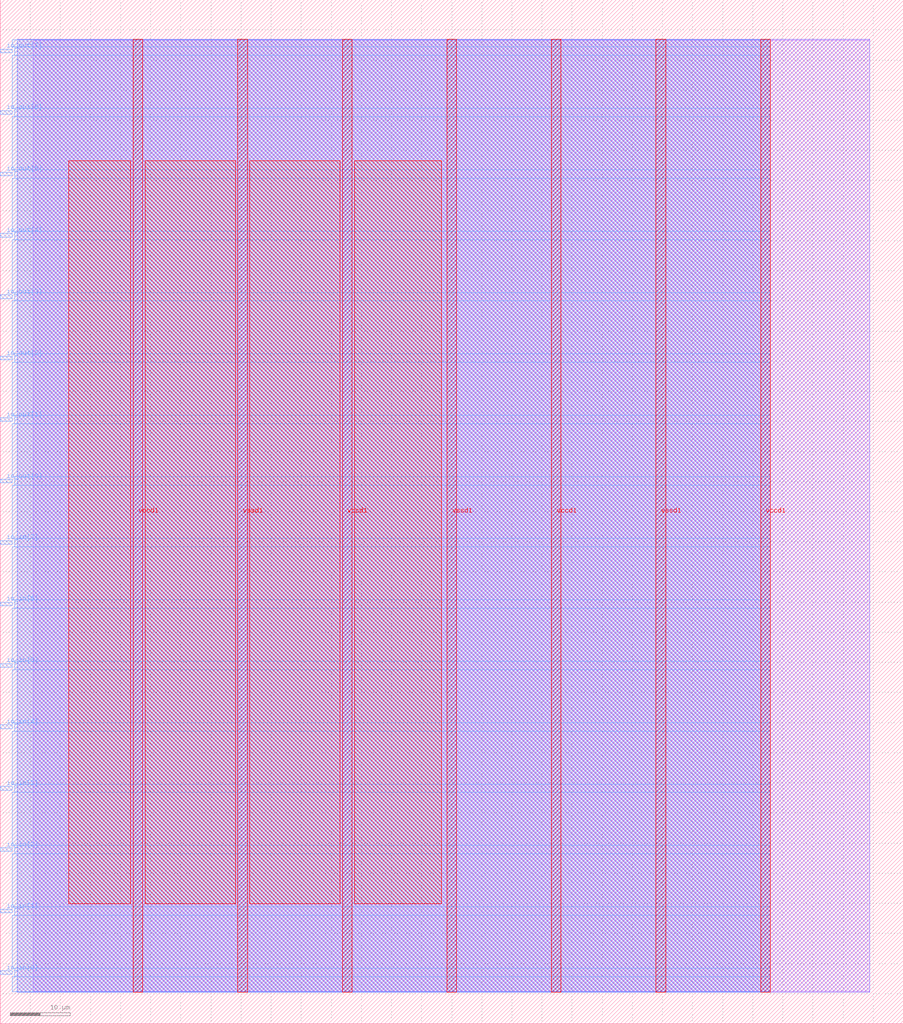
<source format=lef>
VERSION 5.7 ;
  NOWIREEXTENSIONATPIN ON ;
  DIVIDERCHAR "/" ;
  BUSBITCHARS "[]" ;
MACRO regymm_funnyblinky
  CLASS BLOCK ;
  FOREIGN regymm_funnyblinky ;
  ORIGIN 0.000 0.000 ;
  SIZE 150.000 BY 170.000 ;
  PIN io_in[0]
    DIRECTION INPUT ;
    USE SIGNAL ;
    PORT
      LAYER met3 ;
        RECT 0.000 8.200 2.000 8.800 ;
    END
  END io_in[0]
  PIN io_in[1]
    DIRECTION INPUT ;
    USE SIGNAL ;
    PORT
      LAYER met3 ;
        RECT 0.000 18.400 2.000 19.000 ;
    END
  END io_in[1]
  PIN io_in[2]
    DIRECTION INPUT ;
    USE SIGNAL ;
    PORT
      LAYER met3 ;
        RECT 0.000 28.600 2.000 29.200 ;
    END
  END io_in[2]
  PIN io_in[3]
    DIRECTION INPUT ;
    USE SIGNAL ;
    PORT
      LAYER met3 ;
        RECT 0.000 38.800 2.000 39.400 ;
    END
  END io_in[3]
  PIN io_in[4]
    DIRECTION INPUT ;
    USE SIGNAL ;
    PORT
      LAYER met3 ;
        RECT 0.000 49.000 2.000 49.600 ;
    END
  END io_in[4]
  PIN io_in[5]
    DIRECTION INPUT ;
    USE SIGNAL ;
    PORT
      LAYER met3 ;
        RECT 0.000 59.200 2.000 59.800 ;
    END
  END io_in[5]
  PIN io_in[6]
    DIRECTION INPUT ;
    USE SIGNAL ;
    PORT
      LAYER met3 ;
        RECT 0.000 69.400 2.000 70.000 ;
    END
  END io_in[6]
  PIN io_in[7]
    DIRECTION INPUT ;
    USE SIGNAL ;
    PORT
      LAYER met3 ;
        RECT 0.000 79.600 2.000 80.200 ;
    END
  END io_in[7]
  PIN io_out[0]
    DIRECTION OUTPUT TRISTATE ;
    USE SIGNAL ;
    PORT
      LAYER met3 ;
        RECT 0.000 89.800 2.000 90.400 ;
    END
  END io_out[0]
  PIN io_out[1]
    DIRECTION OUTPUT TRISTATE ;
    USE SIGNAL ;
    PORT
      LAYER met3 ;
        RECT 0.000 100.000 2.000 100.600 ;
    END
  END io_out[1]
  PIN io_out[2]
    DIRECTION OUTPUT TRISTATE ;
    USE SIGNAL ;
    PORT
      LAYER met3 ;
        RECT 0.000 110.200 2.000 110.800 ;
    END
  END io_out[2]
  PIN io_out[3]
    DIRECTION OUTPUT TRISTATE ;
    USE SIGNAL ;
    PORT
      LAYER met3 ;
        RECT 0.000 120.400 2.000 121.000 ;
    END
  END io_out[3]
  PIN io_out[4]
    DIRECTION OUTPUT TRISTATE ;
    USE SIGNAL ;
    PORT
      LAYER met3 ;
        RECT 0.000 130.600 2.000 131.200 ;
    END
  END io_out[4]
  PIN io_out[5]
    DIRECTION OUTPUT TRISTATE ;
    USE SIGNAL ;
    PORT
      LAYER met3 ;
        RECT 0.000 140.800 2.000 141.400 ;
    END
  END io_out[5]
  PIN io_out[6]
    DIRECTION OUTPUT TRISTATE ;
    USE SIGNAL ;
    PORT
      LAYER met3 ;
        RECT 0.000 151.000 2.000 151.600 ;
    END
  END io_out[6]
  PIN io_out[7]
    DIRECTION OUTPUT TRISTATE ;
    USE SIGNAL ;
    PORT
      LAYER met3 ;
        RECT 0.000 161.200 2.000 161.800 ;
    END
  END io_out[7]
  PIN vccd1
    DIRECTION INOUT ;
    USE POWER ;
    PORT
      LAYER met4 ;
        RECT 22.090 5.200 23.690 163.440 ;
    END
    PORT
      LAYER met4 ;
        RECT 56.830 5.200 58.430 163.440 ;
    END
    PORT
      LAYER met4 ;
        RECT 91.570 5.200 93.170 163.440 ;
    END
    PORT
      LAYER met4 ;
        RECT 126.310 5.200 127.910 163.440 ;
    END
  END vccd1
  PIN vssd1
    DIRECTION INOUT ;
    USE GROUND ;
    PORT
      LAYER met4 ;
        RECT 39.460 5.200 41.060 163.440 ;
    END
    PORT
      LAYER met4 ;
        RECT 74.200 5.200 75.800 163.440 ;
    END
    PORT
      LAYER met4 ;
        RECT 108.940 5.200 110.540 163.440 ;
    END
  END vssd1
  OBS
      LAYER li1 ;
        RECT 5.520 5.355 144.440 163.285 ;
      LAYER met1 ;
        RECT 2.830 5.200 144.440 163.440 ;
      LAYER met2 ;
        RECT 2.850 5.255 127.880 163.385 ;
      LAYER met3 ;
        RECT 2.000 162.200 127.900 163.365 ;
        RECT 2.400 160.800 127.900 162.200 ;
        RECT 2.000 152.000 127.900 160.800 ;
        RECT 2.400 150.600 127.900 152.000 ;
        RECT 2.000 141.800 127.900 150.600 ;
        RECT 2.400 140.400 127.900 141.800 ;
        RECT 2.000 131.600 127.900 140.400 ;
        RECT 2.400 130.200 127.900 131.600 ;
        RECT 2.000 121.400 127.900 130.200 ;
        RECT 2.400 120.000 127.900 121.400 ;
        RECT 2.000 111.200 127.900 120.000 ;
        RECT 2.400 109.800 127.900 111.200 ;
        RECT 2.000 101.000 127.900 109.800 ;
        RECT 2.400 99.600 127.900 101.000 ;
        RECT 2.000 90.800 127.900 99.600 ;
        RECT 2.400 89.400 127.900 90.800 ;
        RECT 2.000 80.600 127.900 89.400 ;
        RECT 2.400 79.200 127.900 80.600 ;
        RECT 2.000 70.400 127.900 79.200 ;
        RECT 2.400 69.000 127.900 70.400 ;
        RECT 2.000 60.200 127.900 69.000 ;
        RECT 2.400 58.800 127.900 60.200 ;
        RECT 2.000 50.000 127.900 58.800 ;
        RECT 2.400 48.600 127.900 50.000 ;
        RECT 2.000 39.800 127.900 48.600 ;
        RECT 2.400 38.400 127.900 39.800 ;
        RECT 2.000 29.600 127.900 38.400 ;
        RECT 2.400 28.200 127.900 29.600 ;
        RECT 2.000 19.400 127.900 28.200 ;
        RECT 2.400 18.000 127.900 19.400 ;
        RECT 2.000 9.200 127.900 18.000 ;
        RECT 2.400 7.800 127.900 9.200 ;
        RECT 2.000 5.275 127.900 7.800 ;
      LAYER met4 ;
        RECT 11.335 19.895 21.690 143.305 ;
        RECT 24.090 19.895 39.060 143.305 ;
        RECT 41.460 19.895 56.430 143.305 ;
        RECT 58.830 19.895 73.305 143.305 ;
  END
END regymm_funnyblinky
END LIBRARY


</source>
